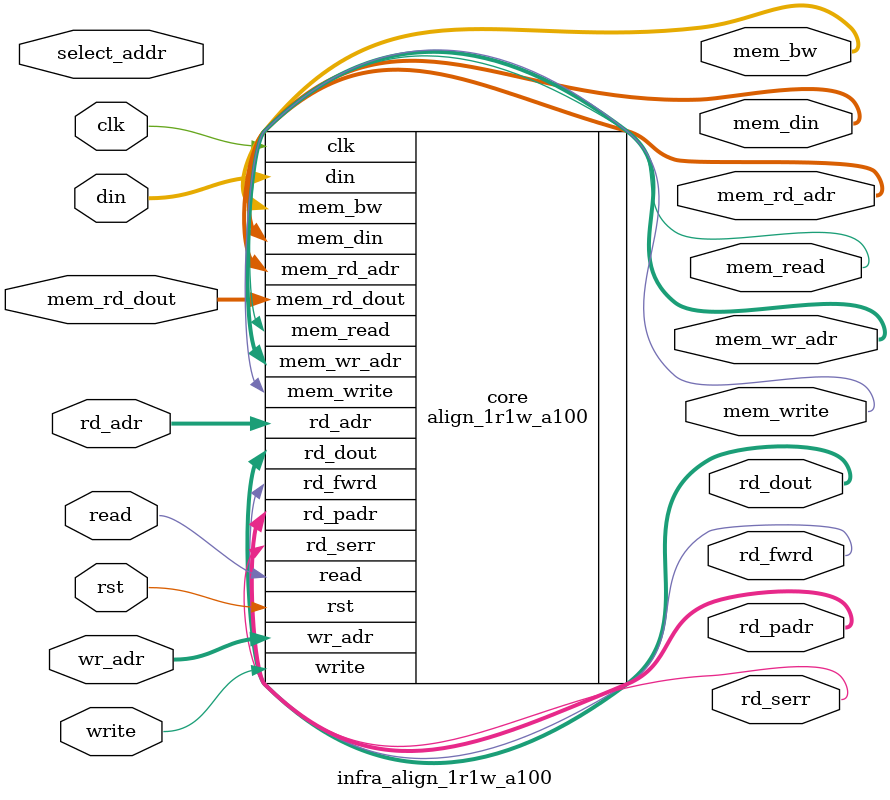
<source format=v>
module infra_align_1r1w_a100 (write, wr_adr, din, read, rd_adr, rd_dout, rd_fwrd, rd_serr, rd_padr,
	                      mem_write, mem_wr_adr, mem_bw, mem_din, mem_read, mem_rd_adr, mem_rd_dout,
		              clk, rst,
		              select_addr);

  parameter WIDTH = 32;
  parameter PARITY = 1;
  parameter NUMADDR = 1024;
  parameter BITADDR = 10;
  parameter NUMWRDS = 4;
  parameter BITWRDS = 2;
  parameter NUMSROW = 256;
  parameter BITSROW = 8;
  parameter BITPADR = 10;
  parameter SRAM_DELAY = 2;
  parameter FLOPMEM = 0;
  parameter RSTZERO = 0;

  parameter MEMWDTH = WIDTH+PARITY;

  input write;
  input [BITADDR-1:0] wr_adr;
  input [WIDTH-1:0] din;

  input read;
  input [BITADDR-1:0] rd_adr;
  output [WIDTH-1:0] rd_dout;
  output rd_fwrd;
  output rd_serr;
  output [BITPADR-1:0] rd_padr;

  output mem_write;
  output [BITSROW-1:0] mem_wr_adr;
  output [NUMWRDS*MEMWDTH-1:0] mem_bw;
  output [NUMWRDS*MEMWDTH-1:0] mem_din;

  output mem_read;
  output [BITSROW-1:0] mem_rd_adr;
  input [NUMWRDS*MEMWDTH-1:0] mem_rd_dout;

  input clk;
  input rst;

  input [BITADDR-1:0] select_addr;

  align_1r1w_a100 #(.WIDTH (WIDTH), .PARITY (PARITY), .NUMADDR (NUMADDR), .BITADDR (BITADDR),
                    .NUMWRDS (NUMWRDS), .BITWRDS (BITWRDS), .NUMSROW (NUMSROW), .BITSROW (BITSROW), .BITPADR (BITPADR),
                    .SRAM_DELAY (SRAM_DELAY), .FLOPMEM (FLOPMEM))
    core (.write (write), .wr_adr (wr_adr), .din (din),
          .read (read), .rd_adr (rd_adr), .rd_dout (rd_dout), .rd_fwrd (rd_fwrd), .rd_serr (rd_serr), .rd_padr (rd_padr),
          .mem_write (mem_write), .mem_wr_adr (mem_wr_adr), .mem_bw (mem_bw), .mem_din (mem_din),
          .mem_read (mem_read), .mem_rd_adr (mem_rd_adr), .mem_rd_dout (mem_rd_dout),
          .clk (clk), .rst (rst));

`ifdef FORMAL
assume_select_addr_range: assume property (@(posedge clk) disable iff (rst) (select_addr < NUMADDR));
assume_select_addr_stable: assume property (@(posedge clk) disable iff (rst) $stable(select_addr));

ip_top_sva_align_1r1w_a100 #(
     .WIDTH       (WIDTH),
     .PARITY      (PARITY),
     .NUMADDR     (NUMADDR),
     .BITADDR     (BITADDR),
     .NUMWRDS     (NUMWRDS),
     .BITWRDS     (BITWRDS),
     .NUMSROW     (NUMSROW),
     .BITSROW     (BITSROW),
     .SRAM_DELAY  (SRAM_DELAY),
     .FLOPMEM     (FLOPMEM),
     .RSTZERO     (RSTZERO))
ip_top_sva (.*);

ip_top_sva_2_align_1r1w_a100 #(
     .NUMADDR     (NUMADDR),
     .BITADDR     (BITADDR),
     .NUMSROW     (NUMSROW),
     .BITSROW     (BITSROW))
ip_top_sva_2 (.*);

`elsif SIM_SVA

genvar sva_int;
// generate for (sva_int=0; sva_int<WIDTH; sva_int=sva_int+1) begin
generate for (sva_int=0; sva_int<1; sva_int=sva_int+1) begin: sva_loop
  wire [BITADDR-1:0] help_addr = sva_int;
ip_top_sva_align_1r1w_a100 #(
     .WIDTH       (WIDTH),
     .PARITY      (PARITY),
     .NUMADDR     (NUMADDR),
     .BITADDR     (BITADDR),
     .NUMWRDS     (NUMWRDS),
     .BITWRDS     (BITWRDS),
     .NUMSROW     (NUMSROW),
     .BITSROW     (BITSROW),
     .SRAM_DELAY  (SRAM_DELAY),
     .FLOPMEM     (FLOPMEM),
     .RSTZERO     (RSTZERO))
ip_top_sva (.select_addr(help_addr), .*);
end
endgenerate

ip_top_sva_2_align_1r1w_a100 #(
     .NUMADDR     (NUMADDR),
     .BITADDR     (BITADDR),
     .NUMSROW     (NUMSROW),
     .BITSROW     (BITSROW))
ip_top_sva_2 (.*);

`endif

endmodule

</source>
